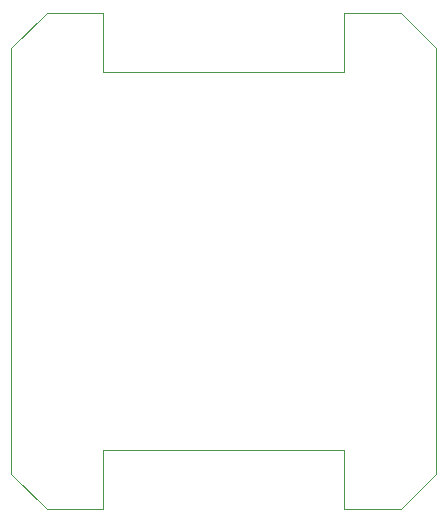
<source format=gbr>
%FSLAX34Y34*%
%MOMM*%
%LNOUTLINE*%
G71*
G01*
%ADD10C, 0.100*%
%LPD*%
G54D10*
X287000Y995000D02*
X335000Y995000D01*
X365000Y965000D01*
X365000Y605000D01*
X335000Y575000D01*
X287000Y575000D01*
X287000Y625000D01*
X83000Y625000D01*
X83000Y575000D01*
X35000Y575000D01*
X5000Y605000D01*
X5000Y965000D01*
X35000Y995000D01*
X83000Y995000D01*
X83000Y945000D01*
X287000Y945000D01*
X287000Y995000D01*
G54D10*
X35000Y575000D02*
X73000Y575000D01*
G54D10*
X335000Y575000D02*
X297000Y575000D01*
M02*

</source>
